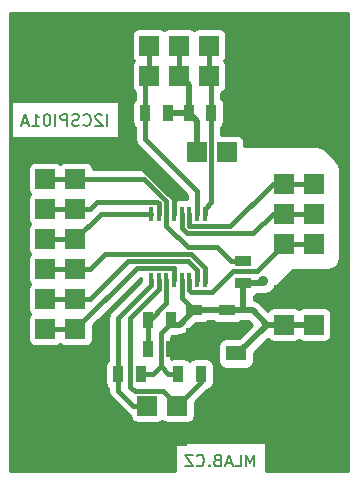
<source format=gbr>
G04 #@! TF.FileFunction,Copper,L2,Bot,Signal*
%FSLAX46Y46*%
G04 Gerber Fmt 4.6, Leading zero omitted, Abs format (unit mm)*
G04 Created by KiCad (PCBNEW 0.201503110816+5502~22~ubuntu14.04.1-product) date St 11. březen 2015, 22:13:48 CET*
%MOMM*%
G01*
G04 APERTURE LIST*
%ADD10C,0.100000*%
%ADD11C,0.200000*%
%ADD12R,1.651000X1.651000*%
%ADD13R,0.889000X1.397000*%
%ADD14R,1.397000X0.889000*%
%ADD15R,0.381000X1.270000*%
%ADD16C,6.000000*%
%ADD17R,1.699260X1.300480*%
%ADD18C,0.889000*%
%ADD19C,0.381000*%
%ADD20C,0.508000*%
%ADD21C,0.254000*%
G04 APERTURE END LIST*
D10*
D11*
X9159905Y30154619D02*
X9159905Y31154619D01*
X8731334Y31059381D02*
X8683715Y31107000D01*
X8588477Y31154619D01*
X8350381Y31154619D01*
X8255143Y31107000D01*
X8207524Y31059381D01*
X8159905Y30964143D01*
X8159905Y30868905D01*
X8207524Y30726048D01*
X8778953Y30154619D01*
X8159905Y30154619D01*
X7159905Y30249857D02*
X7207524Y30202238D01*
X7350381Y30154619D01*
X7445619Y30154619D01*
X7588477Y30202238D01*
X7683715Y30297476D01*
X7731334Y30392714D01*
X7778953Y30583190D01*
X7778953Y30726048D01*
X7731334Y30916524D01*
X7683715Y31011762D01*
X7588477Y31107000D01*
X7445619Y31154619D01*
X7350381Y31154619D01*
X7207524Y31107000D01*
X7159905Y31059381D01*
X6778953Y30202238D02*
X6636096Y30154619D01*
X6398000Y30154619D01*
X6302762Y30202238D01*
X6255143Y30249857D01*
X6207524Y30345095D01*
X6207524Y30440333D01*
X6255143Y30535571D01*
X6302762Y30583190D01*
X6398000Y30630810D01*
X6588477Y30678429D01*
X6683715Y30726048D01*
X6731334Y30773667D01*
X6778953Y30868905D01*
X6778953Y30964143D01*
X6731334Y31059381D01*
X6683715Y31107000D01*
X6588477Y31154619D01*
X6350381Y31154619D01*
X6207524Y31107000D01*
X5778953Y30154619D02*
X5778953Y31154619D01*
X5398000Y31154619D01*
X5302762Y31107000D01*
X5255143Y31059381D01*
X5207524Y30964143D01*
X5207524Y30821286D01*
X5255143Y30726048D01*
X5302762Y30678429D01*
X5398000Y30630810D01*
X5778953Y30630810D01*
X4778953Y30154619D02*
X4778953Y31154619D01*
X4112287Y31154619D02*
X4017048Y31154619D01*
X3921810Y31107000D01*
X3874191Y31059381D01*
X3826572Y30964143D01*
X3778953Y30773667D01*
X3778953Y30535571D01*
X3826572Y30345095D01*
X3874191Y30249857D01*
X3921810Y30202238D01*
X4017048Y30154619D01*
X4112287Y30154619D01*
X4207525Y30202238D01*
X4255144Y30249857D01*
X4302763Y30345095D01*
X4350382Y30535571D01*
X4350382Y30773667D01*
X4302763Y30964143D01*
X4255144Y31059381D01*
X4207525Y31107000D01*
X4112287Y31154619D01*
X2826572Y30154619D02*
X3398001Y30154619D01*
X3112287Y30154619D02*
X3112287Y31154619D01*
X3207525Y31011762D01*
X3302763Y30916524D01*
X3398001Y30868905D01*
X2445620Y30440333D02*
X1969429Y30440333D01*
X2540858Y30154619D02*
X2207525Y31154619D01*
X1874191Y30154619D01*
X21605905Y1325619D02*
X21605905Y2325619D01*
X21272571Y1611333D01*
X20939238Y2325619D01*
X20939238Y1325619D01*
X19986857Y1325619D02*
X20463048Y1325619D01*
X20463048Y2325619D01*
X19701143Y1611333D02*
X19224952Y1611333D01*
X19796381Y1325619D02*
X19463048Y2325619D01*
X19129714Y1325619D01*
X18463047Y1849429D02*
X18320190Y1801810D01*
X18272571Y1754190D01*
X18224952Y1658952D01*
X18224952Y1516095D01*
X18272571Y1420857D01*
X18320190Y1373238D01*
X18415428Y1325619D01*
X18796381Y1325619D01*
X18796381Y2325619D01*
X18463047Y2325619D01*
X18367809Y2278000D01*
X18320190Y2230381D01*
X18272571Y2135143D01*
X18272571Y2039905D01*
X18320190Y1944667D01*
X18367809Y1897048D01*
X18463047Y1849429D01*
X18796381Y1849429D01*
X17796381Y1420857D02*
X17748762Y1373238D01*
X17796381Y1325619D01*
X17844000Y1373238D01*
X17796381Y1420857D01*
X17796381Y1325619D01*
X16748762Y1420857D02*
X16796381Y1373238D01*
X16939238Y1325619D01*
X17034476Y1325619D01*
X17177334Y1373238D01*
X17272572Y1468476D01*
X17320191Y1563714D01*
X17367810Y1754190D01*
X17367810Y1897048D01*
X17320191Y2087524D01*
X17272572Y2182762D01*
X17177334Y2278000D01*
X17034476Y2325619D01*
X16939238Y2325619D01*
X16796381Y2278000D01*
X16748762Y2230381D01*
X16415429Y2325619D02*
X15748762Y2325619D01*
X16415429Y1325619D01*
X15748762Y1325619D01*
D12*
X26670000Y20193000D03*
X26670000Y22733000D03*
X26670000Y25273000D03*
X24130000Y25273000D03*
X24130000Y22733000D03*
X24130000Y20193000D03*
D13*
X17970500Y31242000D03*
X16065500Y31242000D03*
D14*
X16510000Y14541500D03*
X16510000Y12636500D03*
X19304000Y14541500D03*
X19304000Y12636500D03*
D13*
X12382500Y31242000D03*
X14287500Y31242000D03*
X12636500Y11303000D03*
X14541500Y11303000D03*
D14*
X20701000Y16827500D03*
X20701000Y18732500D03*
D13*
X14541500Y13716000D03*
X12636500Y13716000D03*
D15*
X12875260Y22712680D03*
X13525500Y22712680D03*
X14175740Y22712680D03*
X14825980Y22712680D03*
X15476220Y22712680D03*
X16126460Y22712680D03*
X16776700Y22712680D03*
X17426940Y22712680D03*
X17426940Y17114520D03*
X16776700Y17114520D03*
X16126460Y17114520D03*
X15476220Y17114520D03*
X14825980Y17114520D03*
X14175740Y17114520D03*
X13525500Y17114520D03*
X12875260Y17114520D03*
D12*
X26670000Y10795000D03*
X26670000Y13335000D03*
X26670000Y15875000D03*
X24130000Y15875000D03*
X24130000Y13335000D03*
X24130000Y10795000D03*
X6477000Y28194000D03*
X3937000Y12954000D03*
X6477000Y25654000D03*
X3937000Y18034000D03*
X3937000Y25654000D03*
X6477000Y23114000D03*
X6477000Y18034000D03*
X3937000Y20574000D03*
X6477000Y12954000D03*
X6477000Y15494000D03*
X6477000Y20574000D03*
X3937000Y23114000D03*
X3937000Y15494000D03*
X3937000Y28194000D03*
X17780000Y34417000D03*
X10160000Y36957000D03*
X15240000Y36957000D03*
X10160000Y34417000D03*
X20320000Y36957000D03*
X17780000Y36957000D03*
X12700000Y36957000D03*
X20320000Y34417000D03*
X12700000Y34417000D03*
X15240000Y34417000D03*
D16*
X25400000Y5080000D03*
X5080000Y35560000D03*
X5080000Y5080000D03*
X25400000Y35560000D03*
D12*
X16764000Y27940000D03*
X19304000Y27940000D03*
X12573000Y6477000D03*
X12573000Y3937000D03*
X15113000Y3937000D03*
X15113000Y6477000D03*
D13*
X12001500Y9144000D03*
X10096500Y9144000D03*
X15176500Y9144000D03*
X17081500Y9144000D03*
D17*
X20066000Y7393940D03*
X20066000Y10894060D03*
D18*
X22352000Y17018000D03*
D19*
X12001500Y9144000D02*
X13061998Y9144000D01*
X13061998Y9144000D02*
X13706499Y9788501D01*
X15176500Y9144000D02*
X14351000Y9144000D01*
X14351000Y9144000D02*
X13706499Y9788501D01*
X13706499Y9788501D02*
X13706499Y12626999D01*
X13706499Y12626999D02*
X14541500Y13462000D01*
X14541500Y13462000D02*
X14541500Y13716000D01*
D20*
X20653419Y14541500D02*
X18669000Y14541500D01*
X20653419Y14541500D02*
X20701000Y14589081D01*
X21499830Y14541500D02*
X20653419Y14541500D01*
X20701000Y14589081D02*
X20701000Y16827500D01*
X22706330Y13335000D02*
X21499830Y14541500D01*
X24130000Y13335000D02*
X26670000Y13335000D01*
X23050500Y13335000D02*
X22706330Y13335000D01*
X22706330Y13335000D02*
X20265390Y10894060D01*
X20265390Y10894060D02*
X20066000Y10894060D01*
X24130000Y13335000D02*
X23050500Y13335000D01*
X14541500Y13335000D02*
X15303500Y13335000D01*
X15303500Y13335000D02*
X16510000Y14541500D01*
D19*
X15476220Y17114520D02*
X15476220Y15575280D01*
X15476220Y15575280D02*
X16510000Y14541500D01*
D20*
X18669000Y14541500D02*
X16510000Y14541500D01*
X22161500Y16827500D02*
X22352000Y17018000D01*
X20701000Y16827500D02*
X22161500Y16827500D01*
D19*
X13920318Y24839368D02*
X10565686Y28194000D01*
X14825980Y23933706D02*
X13920318Y24839368D01*
X13920318Y24839368D02*
X13920318Y25096318D01*
X13920318Y25096318D02*
X14097000Y25273000D01*
X14825980Y22712680D02*
X14825980Y23933706D01*
X10565686Y28194000D02*
X7683500Y28194000D01*
X7683500Y28194000D02*
X6477000Y28194000D01*
X24130000Y22733000D02*
X26670000Y22733000D01*
X15476220Y22712680D02*
X15476220Y21525248D01*
X15476220Y21525248D02*
X15895299Y21106169D01*
X15895299Y21106169D02*
X21550669Y21106169D01*
X21550669Y21106169D02*
X23177500Y22733000D01*
X23177500Y22733000D02*
X24384000Y22733000D01*
X24130000Y25273000D02*
X26670000Y25273000D01*
X16126460Y22712680D02*
X16126460Y21696680D01*
X16126460Y21696680D02*
X16135961Y21687179D01*
X16135961Y21687179D02*
X19591679Y21687179D01*
X19591679Y21687179D02*
X23177500Y25273000D01*
X23177500Y25273000D02*
X24384000Y25273000D01*
X16126460Y17114520D02*
X16126460Y16236358D01*
X16126460Y16236358D02*
X16273799Y16089019D01*
X16273799Y16089019D02*
X18019417Y16089019D01*
X18019417Y16089019D02*
X19827897Y17897499D01*
X19827897Y17897499D02*
X21834499Y17897499D01*
X21834499Y17897499D02*
X24130000Y20193000D01*
X24384000Y20193000D02*
X26924000Y20193000D01*
D20*
X16764000Y27559000D02*
X16764000Y30543500D01*
X16764000Y30543500D02*
X16065500Y31242000D01*
X16065500Y31242000D02*
X16065500Y33591500D01*
X16065500Y33591500D02*
X15240000Y34417000D01*
X16065500Y31242000D02*
X14287500Y31242000D01*
D19*
X15240000Y34290000D02*
X15240000Y36830000D01*
X14825980Y17114520D02*
X14825980Y18130520D01*
X14825980Y18130520D02*
X14816479Y18140021D01*
X14816479Y18140021D02*
X11663021Y18140021D01*
X11663021Y18140021D02*
X6477000Y12954000D01*
X6477000Y12954000D02*
X3937000Y12954000D01*
X12875260Y22712680D02*
X8615680Y22712680D01*
X8615680Y22712680D02*
X6477000Y20574000D01*
X6477000Y20574000D02*
X3937000Y20574000D01*
X3937000Y18034000D02*
X6477000Y18034000D01*
X17426940Y17114520D02*
X17426940Y18164114D01*
X17426940Y18164114D02*
X16289013Y19302041D01*
X16289013Y19302041D02*
X8951541Y19302041D01*
X8951541Y19302041D02*
X7683500Y18034000D01*
X7683500Y18034000D02*
X6477000Y18034000D01*
D21*
X17426940Y17114520D02*
X17426940Y17498060D01*
D19*
X17426940Y17114520D02*
X17426940Y16918940D01*
X13525500Y22712680D02*
X13525500Y23590842D01*
X13525500Y23590842D02*
X13378161Y23738181D01*
X13378161Y23738181D02*
X8307681Y23738181D01*
X8307681Y23738181D02*
X7683500Y23114000D01*
X7683500Y23114000D02*
X6477000Y23114000D01*
X3937000Y23114000D02*
X6477000Y23114000D01*
X3937000Y15494000D02*
X6477000Y15494000D01*
X16776700Y17114520D02*
X16776700Y17992682D01*
X16776700Y17992682D02*
X16048351Y18721031D01*
X16048351Y18721031D02*
X10910531Y18721031D01*
X10910531Y18721031D02*
X7683500Y15494000D01*
X7683500Y15494000D02*
X6477000Y15494000D01*
X14175740Y22712680D02*
X14175740Y21696680D01*
X14175740Y21696680D02*
X15989369Y19883051D01*
X15989369Y19883051D02*
X18470949Y19883051D01*
X18470949Y19883051D02*
X19621500Y18732500D01*
X19621500Y18732500D02*
X20701000Y18732500D01*
X14175740Y22712680D02*
X14175740Y23762274D01*
X14175740Y23762274D02*
X12284014Y25654000D01*
X12284014Y25654000D02*
X7683500Y25654000D01*
X7683500Y25654000D02*
X6477000Y25654000D01*
X6477000Y25654000D02*
X3937000Y25654000D01*
X17081500Y9144000D02*
X17081500Y8445500D01*
X17081500Y8445500D02*
X15113000Y6477000D01*
X11112499Y8089899D02*
X11112499Y13906499D01*
X11112499Y13906499D02*
X13525500Y16319500D01*
X13525500Y16319500D02*
X13525500Y17114520D01*
X11509397Y7693001D02*
X13896999Y7693001D01*
X11112499Y8089899D02*
X11509397Y7693001D01*
X13896999Y7693001D02*
X15113000Y6477000D01*
X12875260Y17114520D02*
X12875260Y16670020D01*
X12875260Y16670020D02*
X10096500Y13891260D01*
X10096500Y13891260D02*
X10096500Y10223500D01*
X10096500Y10223500D02*
X10096500Y9144000D01*
X10096500Y9144000D02*
X10096500Y7747000D01*
X10096500Y7747000D02*
X11366500Y6477000D01*
X11366500Y6477000D02*
X12573000Y6477000D01*
D21*
X12875260Y17114520D02*
X12875260Y17559020D01*
D19*
X12636500Y13335000D02*
X12636500Y13589000D01*
X12636500Y13589000D02*
X14175740Y15128240D01*
X14175740Y15128240D02*
X14175740Y16098520D01*
X14175740Y16098520D02*
X14175740Y17114520D01*
X12636500Y11303000D02*
X12636500Y13335000D01*
X17970500Y31242000D02*
X17970500Y34226500D01*
X17970500Y34226500D02*
X17780000Y34417000D01*
X17970500Y31242000D02*
X17970500Y30162500D01*
X17970500Y30162500D02*
X17998440Y30134560D01*
X17998440Y30134560D02*
X17998440Y23728680D01*
X17998440Y23728680D02*
X17426940Y23157180D01*
X17426940Y23157180D02*
X17426940Y22712680D01*
X17780000Y34290000D02*
X17780000Y36830000D01*
X17426940Y33936940D02*
X17780000Y34290000D01*
X12382500Y31242000D02*
X12382500Y34099500D01*
X12382500Y34099500D02*
X12700000Y34417000D01*
X16776700Y24625300D02*
X12382500Y29019500D01*
X12382500Y29019500D02*
X12382500Y31242000D01*
X16776700Y22712680D02*
X16776700Y24625300D01*
X12700000Y34290000D02*
X12700000Y36830000D01*
X12255500Y33972500D02*
X12700000Y34417000D01*
D21*
G36*
X29539000Y941000D02*
X28892501Y941000D01*
X28892501Y18961099D01*
X28892501Y26149300D01*
X28892501Y26504901D01*
X28824830Y26845106D01*
X28824830Y26845107D01*
X28632119Y27133519D01*
X27578020Y28187618D01*
X27289608Y28380329D01*
X26949402Y28448000D01*
X20776940Y28448000D01*
X20776940Y28765500D01*
X20729963Y29007623D01*
X20590173Y29220427D01*
X20379140Y29362877D01*
X20129500Y29412940D01*
X18823940Y29412940D01*
X18823940Y30052619D01*
X18869927Y30082827D01*
X19012377Y30293860D01*
X19062440Y30543500D01*
X19062440Y31940500D01*
X19015463Y32182623D01*
X18875673Y32395427D01*
X18796000Y32449207D01*
X18796000Y32981022D01*
X18847623Y32991037D01*
X19060427Y33130827D01*
X19202877Y33341860D01*
X19252940Y33591500D01*
X19252940Y35242500D01*
X19205963Y35484623D01*
X19072194Y35688261D01*
X19202877Y35881860D01*
X19252940Y36131500D01*
X19252940Y37782500D01*
X19205963Y38024623D01*
X19066173Y38237427D01*
X18855140Y38379877D01*
X18605500Y38429940D01*
X16954500Y38429940D01*
X16712377Y38382963D01*
X16508739Y38249195D01*
X16315140Y38379877D01*
X16065500Y38429940D01*
X14414500Y38429940D01*
X14172377Y38382963D01*
X13968739Y38249195D01*
X13775140Y38379877D01*
X13525500Y38429940D01*
X11874500Y38429940D01*
X11632377Y38382963D01*
X11419573Y38243173D01*
X11277123Y38032140D01*
X11227060Y37782500D01*
X11227060Y36131500D01*
X11274037Y35889377D01*
X11407805Y35685740D01*
X11277123Y35492140D01*
X11227060Y35242500D01*
X11227060Y33591500D01*
X11274037Y33349377D01*
X11413827Y33136573D01*
X11557000Y33039929D01*
X11557000Y32449736D01*
X11483073Y32401173D01*
X11340623Y32190140D01*
X11290560Y31940500D01*
X11290560Y30543500D01*
X11337537Y30301377D01*
X11477327Y30088573D01*
X11557000Y30034793D01*
X11557000Y29019500D01*
X11619837Y28703594D01*
X11798783Y28435783D01*
X15951200Y24283366D01*
X15951200Y23995120D01*
X15935960Y23995120D01*
X15799115Y23968570D01*
X15666720Y23995120D01*
X15285720Y23995120D01*
X15043597Y23948143D01*
X14973436Y23902055D01*
X14938403Y24078179D01*
X14759457Y24345990D01*
X14759457Y24345991D01*
X14759453Y24345994D01*
X12867731Y26237717D01*
X12599920Y26416663D01*
X12284014Y26479500D01*
X10133000Y26479500D01*
X10133000Y29172000D01*
X10133000Y32242000D01*
X1043953Y32242000D01*
X1043953Y29172000D01*
X10133000Y29172000D01*
X10133000Y26479500D01*
X7949940Y26479500D01*
X7902963Y26721623D01*
X7763173Y26934427D01*
X7552140Y27076877D01*
X7302500Y27126940D01*
X5651500Y27126940D01*
X5409377Y27079963D01*
X5205739Y26946195D01*
X5012140Y27076877D01*
X4762500Y27126940D01*
X3111500Y27126940D01*
X2869377Y27079963D01*
X2656573Y26940173D01*
X2514123Y26729140D01*
X2464060Y26479500D01*
X2464060Y24828500D01*
X2511037Y24586377D01*
X2644805Y24382740D01*
X2514123Y24189140D01*
X2464060Y23939500D01*
X2464060Y22288500D01*
X2511037Y22046377D01*
X2644805Y21842740D01*
X2514123Y21649140D01*
X2464060Y21399500D01*
X2464060Y19748500D01*
X2511037Y19506377D01*
X2644805Y19302740D01*
X2514123Y19109140D01*
X2464060Y18859500D01*
X2464060Y17208500D01*
X2511037Y16966377D01*
X2644805Y16762740D01*
X2514123Y16569140D01*
X2464060Y16319500D01*
X2464060Y14668500D01*
X2511037Y14426377D01*
X2644805Y14222740D01*
X2514123Y14029140D01*
X2464060Y13779500D01*
X2464060Y12128500D01*
X2511037Y11886377D01*
X2650827Y11673573D01*
X2861860Y11531123D01*
X3111500Y11481060D01*
X4762500Y11481060D01*
X5004623Y11528037D01*
X5208260Y11661806D01*
X5401860Y11531123D01*
X5651500Y11481060D01*
X7302500Y11481060D01*
X7544623Y11528037D01*
X7757427Y11667827D01*
X7899877Y11878860D01*
X7949940Y12128500D01*
X7949940Y13259507D01*
X12004954Y17314521D01*
X12037320Y17314521D01*
X12037320Y16999514D01*
X9512783Y14474977D01*
X9333837Y14207166D01*
X9271000Y13891260D01*
X9271000Y10351736D01*
X9197073Y10303173D01*
X9054623Y10092140D01*
X9004560Y9842500D01*
X9004560Y8445500D01*
X9051537Y8203377D01*
X9191327Y7990573D01*
X9271000Y7936793D01*
X9271000Y7747000D01*
X9333837Y7431094D01*
X9512783Y7163283D01*
X10782780Y5893287D01*
X10782783Y5893283D01*
X10943324Y5786014D01*
X11050594Y5714337D01*
X11050595Y5714337D01*
X11100060Y5704498D01*
X11100060Y5651500D01*
X11147037Y5409377D01*
X11286827Y5196573D01*
X11497860Y5054123D01*
X11747500Y5004060D01*
X13398500Y5004060D01*
X13640623Y5051037D01*
X13844260Y5184806D01*
X14037860Y5054123D01*
X14287500Y5004060D01*
X15938500Y5004060D01*
X16180623Y5051037D01*
X16393427Y5190827D01*
X16535877Y5401860D01*
X16585940Y5651500D01*
X16585940Y6782507D01*
X17619666Y7816234D01*
X17768123Y7845037D01*
X17980927Y7984827D01*
X18123377Y8195860D01*
X18173440Y8445500D01*
X18173440Y9842500D01*
X18126463Y10084623D01*
X17986673Y10297427D01*
X17775640Y10439877D01*
X17526000Y10489940D01*
X16637000Y10489940D01*
X16394877Y10442963D01*
X16182073Y10303173D01*
X16129277Y10224959D01*
X16081673Y10297427D01*
X15870640Y10439877D01*
X15621000Y10489940D01*
X14732000Y10489940D01*
X14531999Y10451136D01*
X14531999Y12285066D01*
X14616993Y12370060D01*
X14986000Y12370060D01*
X15228123Y12417037D01*
X15272213Y12446000D01*
X15303500Y12446000D01*
X15643705Y12513671D01*
X15643706Y12513671D01*
X15932118Y12706382D01*
X16675296Y13449560D01*
X17208500Y13449560D01*
X17450623Y13496537D01*
X17663427Y13636327D01*
X17674343Y13652500D01*
X18137977Y13652500D01*
X18144827Y13642073D01*
X18355860Y13499623D01*
X18605500Y13449560D01*
X20002500Y13449560D01*
X20244623Y13496537D01*
X20457427Y13636327D01*
X20468343Y13652500D01*
X20653419Y13652500D01*
X21131594Y13652500D01*
X21449094Y13335000D01*
X20305834Y12191740D01*
X19216370Y12191740D01*
X18974247Y12144763D01*
X18761443Y12004973D01*
X18618993Y11793940D01*
X18568930Y11544300D01*
X18568930Y10243820D01*
X18615907Y10001697D01*
X18755697Y9788893D01*
X18966730Y9646443D01*
X19216370Y9596380D01*
X20915630Y9596380D01*
X21157753Y9643357D01*
X21370557Y9783147D01*
X21513007Y9994180D01*
X21563070Y10243820D01*
X21563070Y10934504D01*
X22780120Y12151555D01*
X22843827Y12054573D01*
X23054860Y11912123D01*
X23304500Y11862060D01*
X24955500Y11862060D01*
X25197623Y11909037D01*
X25401260Y12042806D01*
X25594860Y11912123D01*
X25844500Y11862060D01*
X27495500Y11862060D01*
X27737623Y11909037D01*
X27950427Y12048827D01*
X28092877Y12259860D01*
X28142940Y12509500D01*
X28142940Y14160500D01*
X28095963Y14402623D01*
X27956173Y14615427D01*
X27745140Y14757877D01*
X27495500Y14807940D01*
X25844500Y14807940D01*
X25602377Y14760963D01*
X25398739Y14627195D01*
X25205140Y14757877D01*
X24955500Y14807940D01*
X23304500Y14807940D01*
X23062377Y14760963D01*
X22849573Y14621173D01*
X22780186Y14518380D01*
X22128448Y15170118D01*
X21840036Y15362829D01*
X21590000Y15412564D01*
X21590000Y15772522D01*
X21641623Y15782537D01*
X21854427Y15922327D01*
X21865343Y15938500D01*
X22517098Y15938500D01*
X22857303Y16006171D01*
X22857304Y16006171D01*
X23145716Y16198882D01*
X24917332Y17970499D01*
X27901901Y17970499D01*
X28242106Y18038170D01*
X28242107Y18038170D01*
X28530519Y18230881D01*
X28632119Y18332481D01*
X28824830Y18620893D01*
X28824830Y18620894D01*
X28892501Y18961099D01*
X28892501Y941000D01*
X22579000Y941000D01*
X22579000Y3413000D01*
X14870905Y3413000D01*
X14870905Y941000D01*
X941000Y941000D01*
X941000Y39699000D01*
X29539000Y39699000D01*
X29539000Y941000D01*
X29539000Y941000D01*
G37*
X29539000Y941000D02*
X28892501Y941000D01*
X28892501Y18961099D01*
X28892501Y26149300D01*
X28892501Y26504901D01*
X28824830Y26845106D01*
X28824830Y26845107D01*
X28632119Y27133519D01*
X27578020Y28187618D01*
X27289608Y28380329D01*
X26949402Y28448000D01*
X20776940Y28448000D01*
X20776940Y28765500D01*
X20729963Y29007623D01*
X20590173Y29220427D01*
X20379140Y29362877D01*
X20129500Y29412940D01*
X18823940Y29412940D01*
X18823940Y30052619D01*
X18869927Y30082827D01*
X19012377Y30293860D01*
X19062440Y30543500D01*
X19062440Y31940500D01*
X19015463Y32182623D01*
X18875673Y32395427D01*
X18796000Y32449207D01*
X18796000Y32981022D01*
X18847623Y32991037D01*
X19060427Y33130827D01*
X19202877Y33341860D01*
X19252940Y33591500D01*
X19252940Y35242500D01*
X19205963Y35484623D01*
X19072194Y35688261D01*
X19202877Y35881860D01*
X19252940Y36131500D01*
X19252940Y37782500D01*
X19205963Y38024623D01*
X19066173Y38237427D01*
X18855140Y38379877D01*
X18605500Y38429940D01*
X16954500Y38429940D01*
X16712377Y38382963D01*
X16508739Y38249195D01*
X16315140Y38379877D01*
X16065500Y38429940D01*
X14414500Y38429940D01*
X14172377Y38382963D01*
X13968739Y38249195D01*
X13775140Y38379877D01*
X13525500Y38429940D01*
X11874500Y38429940D01*
X11632377Y38382963D01*
X11419573Y38243173D01*
X11277123Y38032140D01*
X11227060Y37782500D01*
X11227060Y36131500D01*
X11274037Y35889377D01*
X11407805Y35685740D01*
X11277123Y35492140D01*
X11227060Y35242500D01*
X11227060Y33591500D01*
X11274037Y33349377D01*
X11413827Y33136573D01*
X11557000Y33039929D01*
X11557000Y32449736D01*
X11483073Y32401173D01*
X11340623Y32190140D01*
X11290560Y31940500D01*
X11290560Y30543500D01*
X11337537Y30301377D01*
X11477327Y30088573D01*
X11557000Y30034793D01*
X11557000Y29019500D01*
X11619837Y28703594D01*
X11798783Y28435783D01*
X15951200Y24283366D01*
X15951200Y23995120D01*
X15935960Y23995120D01*
X15799115Y23968570D01*
X15666720Y23995120D01*
X15285720Y23995120D01*
X15043597Y23948143D01*
X14973436Y23902055D01*
X14938403Y24078179D01*
X14759457Y24345990D01*
X14759457Y24345991D01*
X14759453Y24345994D01*
X12867731Y26237717D01*
X12599920Y26416663D01*
X12284014Y26479500D01*
X10133000Y26479500D01*
X10133000Y29172000D01*
X10133000Y32242000D01*
X1043953Y32242000D01*
X1043953Y29172000D01*
X10133000Y29172000D01*
X10133000Y26479500D01*
X7949940Y26479500D01*
X7902963Y26721623D01*
X7763173Y26934427D01*
X7552140Y27076877D01*
X7302500Y27126940D01*
X5651500Y27126940D01*
X5409377Y27079963D01*
X5205739Y26946195D01*
X5012140Y27076877D01*
X4762500Y27126940D01*
X3111500Y27126940D01*
X2869377Y27079963D01*
X2656573Y26940173D01*
X2514123Y26729140D01*
X2464060Y26479500D01*
X2464060Y24828500D01*
X2511037Y24586377D01*
X2644805Y24382740D01*
X2514123Y24189140D01*
X2464060Y23939500D01*
X2464060Y22288500D01*
X2511037Y22046377D01*
X2644805Y21842740D01*
X2514123Y21649140D01*
X2464060Y21399500D01*
X2464060Y19748500D01*
X2511037Y19506377D01*
X2644805Y19302740D01*
X2514123Y19109140D01*
X2464060Y18859500D01*
X2464060Y17208500D01*
X2511037Y16966377D01*
X2644805Y16762740D01*
X2514123Y16569140D01*
X2464060Y16319500D01*
X2464060Y14668500D01*
X2511037Y14426377D01*
X2644805Y14222740D01*
X2514123Y14029140D01*
X2464060Y13779500D01*
X2464060Y12128500D01*
X2511037Y11886377D01*
X2650827Y11673573D01*
X2861860Y11531123D01*
X3111500Y11481060D01*
X4762500Y11481060D01*
X5004623Y11528037D01*
X5208260Y11661806D01*
X5401860Y11531123D01*
X5651500Y11481060D01*
X7302500Y11481060D01*
X7544623Y11528037D01*
X7757427Y11667827D01*
X7899877Y11878860D01*
X7949940Y12128500D01*
X7949940Y13259507D01*
X12004954Y17314521D01*
X12037320Y17314521D01*
X12037320Y16999514D01*
X9512783Y14474977D01*
X9333837Y14207166D01*
X9271000Y13891260D01*
X9271000Y10351736D01*
X9197073Y10303173D01*
X9054623Y10092140D01*
X9004560Y9842500D01*
X9004560Y8445500D01*
X9051537Y8203377D01*
X9191327Y7990573D01*
X9271000Y7936793D01*
X9271000Y7747000D01*
X9333837Y7431094D01*
X9512783Y7163283D01*
X10782780Y5893287D01*
X10782783Y5893283D01*
X10943324Y5786014D01*
X11050594Y5714337D01*
X11050595Y5714337D01*
X11100060Y5704498D01*
X11100060Y5651500D01*
X11147037Y5409377D01*
X11286827Y5196573D01*
X11497860Y5054123D01*
X11747500Y5004060D01*
X13398500Y5004060D01*
X13640623Y5051037D01*
X13844260Y5184806D01*
X14037860Y5054123D01*
X14287500Y5004060D01*
X15938500Y5004060D01*
X16180623Y5051037D01*
X16393427Y5190827D01*
X16535877Y5401860D01*
X16585940Y5651500D01*
X16585940Y6782507D01*
X17619666Y7816234D01*
X17768123Y7845037D01*
X17980927Y7984827D01*
X18123377Y8195860D01*
X18173440Y8445500D01*
X18173440Y9842500D01*
X18126463Y10084623D01*
X17986673Y10297427D01*
X17775640Y10439877D01*
X17526000Y10489940D01*
X16637000Y10489940D01*
X16394877Y10442963D01*
X16182073Y10303173D01*
X16129277Y10224959D01*
X16081673Y10297427D01*
X15870640Y10439877D01*
X15621000Y10489940D01*
X14732000Y10489940D01*
X14531999Y10451136D01*
X14531999Y12285066D01*
X14616993Y12370060D01*
X14986000Y12370060D01*
X15228123Y12417037D01*
X15272213Y12446000D01*
X15303500Y12446000D01*
X15643705Y12513671D01*
X15643706Y12513671D01*
X15932118Y12706382D01*
X16675296Y13449560D01*
X17208500Y13449560D01*
X17450623Y13496537D01*
X17663427Y13636327D01*
X17674343Y13652500D01*
X18137977Y13652500D01*
X18144827Y13642073D01*
X18355860Y13499623D01*
X18605500Y13449560D01*
X20002500Y13449560D01*
X20244623Y13496537D01*
X20457427Y13636327D01*
X20468343Y13652500D01*
X20653419Y13652500D01*
X21131594Y13652500D01*
X21449094Y13335000D01*
X20305834Y12191740D01*
X19216370Y12191740D01*
X18974247Y12144763D01*
X18761443Y12004973D01*
X18618993Y11793940D01*
X18568930Y11544300D01*
X18568930Y10243820D01*
X18615907Y10001697D01*
X18755697Y9788893D01*
X18966730Y9646443D01*
X19216370Y9596380D01*
X20915630Y9596380D01*
X21157753Y9643357D01*
X21370557Y9783147D01*
X21513007Y9994180D01*
X21563070Y10243820D01*
X21563070Y10934504D01*
X22780120Y12151555D01*
X22843827Y12054573D01*
X23054860Y11912123D01*
X23304500Y11862060D01*
X24955500Y11862060D01*
X25197623Y11909037D01*
X25401260Y12042806D01*
X25594860Y11912123D01*
X25844500Y11862060D01*
X27495500Y11862060D01*
X27737623Y11909037D01*
X27950427Y12048827D01*
X28092877Y12259860D01*
X28142940Y12509500D01*
X28142940Y14160500D01*
X28095963Y14402623D01*
X27956173Y14615427D01*
X27745140Y14757877D01*
X27495500Y14807940D01*
X25844500Y14807940D01*
X25602377Y14760963D01*
X25398739Y14627195D01*
X25205140Y14757877D01*
X24955500Y14807940D01*
X23304500Y14807940D01*
X23062377Y14760963D01*
X22849573Y14621173D01*
X22780186Y14518380D01*
X22128448Y15170118D01*
X21840036Y15362829D01*
X21590000Y15412564D01*
X21590000Y15772522D01*
X21641623Y15782537D01*
X21854427Y15922327D01*
X21865343Y15938500D01*
X22517098Y15938500D01*
X22857303Y16006171D01*
X22857304Y16006171D01*
X23145716Y16198882D01*
X24917332Y17970499D01*
X27901901Y17970499D01*
X28242106Y18038170D01*
X28242107Y18038170D01*
X28530519Y18230881D01*
X28632119Y18332481D01*
X28824830Y18620893D01*
X28824830Y18620894D01*
X28892501Y18961099D01*
X28892501Y941000D01*
X22579000Y941000D01*
X22579000Y3413000D01*
X14870905Y3413000D01*
X14870905Y941000D01*
X941000Y941000D01*
X941000Y39699000D01*
X29539000Y39699000D01*
X29539000Y941000D01*
M02*

</source>
